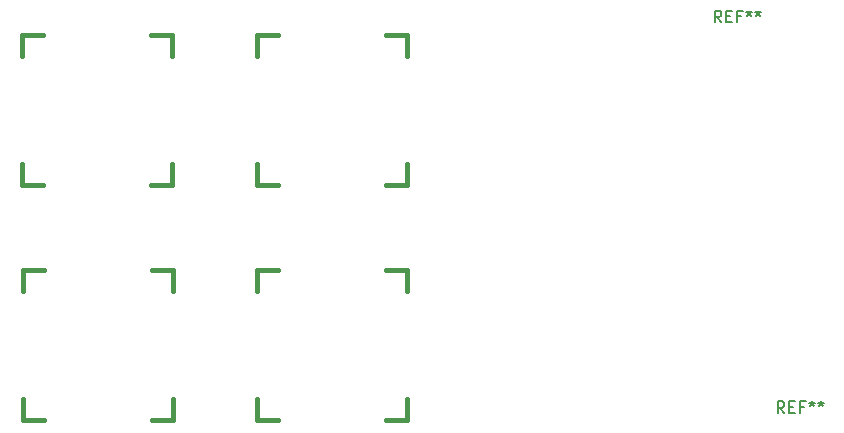
<source format=gto>
G04 #@! TF.GenerationSoftware,KiCad,Pcbnew,(5.1.5)-3*
G04 #@! TF.CreationDate,2020-04-12T12:06:53+02:00*
G04 #@! TF.ProjectId,4Keys,344b6579-732e-46b6-9963-61645f706362,rev?*
G04 #@! TF.SameCoordinates,Original*
G04 #@! TF.FileFunction,Legend,Top*
G04 #@! TF.FilePolarity,Positive*
%FSLAX46Y46*%
G04 Gerber Fmt 4.6, Leading zero omitted, Abs format (unit mm)*
G04 Created by KiCad (PCBNEW (5.1.5)-3) date 2020-04-12 12:06:53*
%MOMM*%
%LPD*%
G04 APERTURE LIST*
%ADD10C,0.381000*%
%ADD11C,0.150000*%
G04 APERTURE END LIST*
D10*
X105101250Y-49990500D02*
X105101250Y-48212500D01*
X105101250Y-60912500D02*
X105101250Y-59134500D01*
X106879250Y-60912500D02*
X105101250Y-60912500D01*
X117801250Y-60912500D02*
X116023250Y-60912500D01*
X117801250Y-59134500D02*
X117801250Y-60912500D01*
X117801250Y-48212500D02*
X117801250Y-49990500D01*
X116023250Y-48212500D02*
X117801250Y-48212500D01*
X105101250Y-48212500D02*
X106879250Y-48212500D01*
X105118750Y-68181250D02*
X106896750Y-68181250D01*
X116040750Y-68181250D02*
X117818750Y-68181250D01*
X117818750Y-68181250D02*
X117818750Y-69959250D01*
X117818750Y-79103250D02*
X117818750Y-80881250D01*
X117818750Y-80881250D02*
X116040750Y-80881250D01*
X106896750Y-80881250D02*
X105118750Y-80881250D01*
X105118750Y-80881250D02*
X105118750Y-79103250D01*
X105118750Y-69959250D02*
X105118750Y-68181250D01*
X124993750Y-48212500D02*
X126771750Y-48212500D01*
X135915750Y-48212500D02*
X137693750Y-48212500D01*
X137693750Y-48212500D02*
X137693750Y-49990500D01*
X137693750Y-59134500D02*
X137693750Y-60912500D01*
X137693750Y-60912500D02*
X135915750Y-60912500D01*
X126771750Y-60912500D02*
X124993750Y-60912500D01*
X124993750Y-60912500D02*
X124993750Y-59134500D01*
X124993750Y-49990500D02*
X124993750Y-48212500D01*
X124993750Y-69959250D02*
X124993750Y-68181250D01*
X124993750Y-80881250D02*
X124993750Y-79103250D01*
X126771750Y-80881250D02*
X124993750Y-80881250D01*
X137693750Y-80881250D02*
X135915750Y-80881250D01*
X137693750Y-79103250D02*
X137693750Y-80881250D01*
X137693750Y-68181250D02*
X137693750Y-69959250D01*
X135915750Y-68181250D02*
X137693750Y-68181250D01*
X124993750Y-68181250D02*
X126771750Y-68181250D01*
D11*
X164274666Y-47188380D02*
X163941333Y-46712190D01*
X163703238Y-47188380D02*
X163703238Y-46188380D01*
X164084190Y-46188380D01*
X164179428Y-46236000D01*
X164227047Y-46283619D01*
X164274666Y-46378857D01*
X164274666Y-46521714D01*
X164227047Y-46616952D01*
X164179428Y-46664571D01*
X164084190Y-46712190D01*
X163703238Y-46712190D01*
X164703238Y-46664571D02*
X165036571Y-46664571D01*
X165179428Y-47188380D02*
X164703238Y-47188380D01*
X164703238Y-46188380D01*
X165179428Y-46188380D01*
X165941333Y-46664571D02*
X165608000Y-46664571D01*
X165608000Y-47188380D02*
X165608000Y-46188380D01*
X166084190Y-46188380D01*
X166608000Y-46188380D02*
X166608000Y-46426476D01*
X166369904Y-46331238D02*
X166608000Y-46426476D01*
X166846095Y-46331238D01*
X166465142Y-46616952D02*
X166608000Y-46426476D01*
X166750857Y-46616952D01*
X167369904Y-46188380D02*
X167369904Y-46426476D01*
X167131809Y-46331238D02*
X167369904Y-46426476D01*
X167608000Y-46331238D01*
X167227047Y-46616952D02*
X167369904Y-46426476D01*
X167512761Y-46616952D01*
X169608666Y-80264380D02*
X169275333Y-79788190D01*
X169037238Y-80264380D02*
X169037238Y-79264380D01*
X169418190Y-79264380D01*
X169513428Y-79312000D01*
X169561047Y-79359619D01*
X169608666Y-79454857D01*
X169608666Y-79597714D01*
X169561047Y-79692952D01*
X169513428Y-79740571D01*
X169418190Y-79788190D01*
X169037238Y-79788190D01*
X170037238Y-79740571D02*
X170370571Y-79740571D01*
X170513428Y-80264380D02*
X170037238Y-80264380D01*
X170037238Y-79264380D01*
X170513428Y-79264380D01*
X171275333Y-79740571D02*
X170942000Y-79740571D01*
X170942000Y-80264380D02*
X170942000Y-79264380D01*
X171418190Y-79264380D01*
X171942000Y-79264380D02*
X171942000Y-79502476D01*
X171703904Y-79407238D02*
X171942000Y-79502476D01*
X172180095Y-79407238D01*
X171799142Y-79692952D02*
X171942000Y-79502476D01*
X172084857Y-79692952D01*
X172703904Y-79264380D02*
X172703904Y-79502476D01*
X172465809Y-79407238D02*
X172703904Y-79502476D01*
X172942000Y-79407238D01*
X172561047Y-79692952D02*
X172703904Y-79502476D01*
X172846761Y-79692952D01*
M02*

</source>
